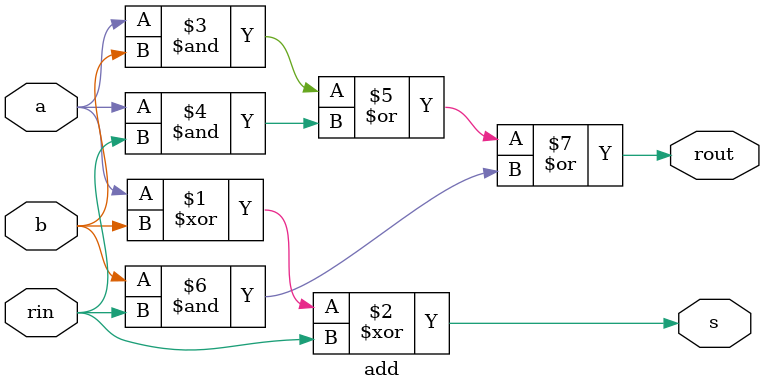
<source format=v>
module add (a, b, rin, s, rout);
    input a;
    input b;
    input rin;
    output s;
    output rout;


    assign s = (a ^ b) ^ rin;
    assign rout = (a & b) | (a & rin) | (b & rin);

endmodule

</source>
